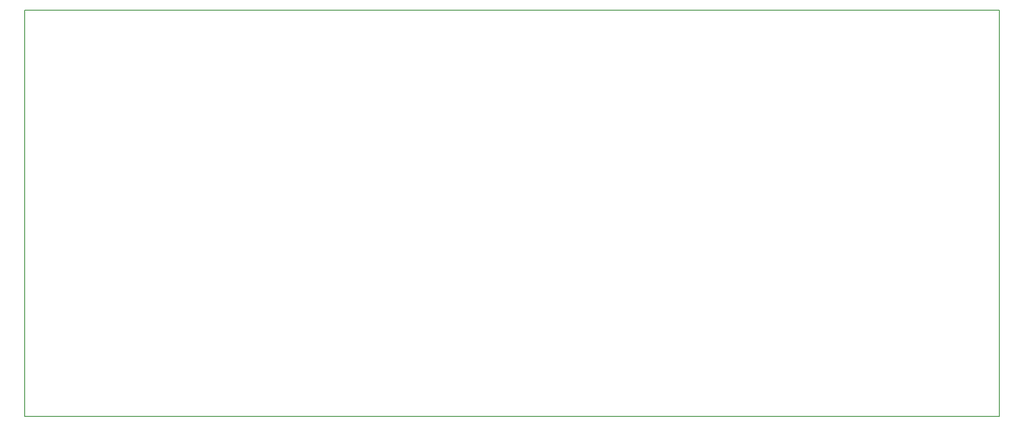
<source format=gm1>
G04 #@! TF.FileFunction,Profile,NP*
%FSLAX46Y46*%
G04 Gerber Fmt 4.6, Leading zero omitted, Abs format (unit mm)*
G04 Created by KiCad (PCBNEW 4.0.7) date Thu Oct 12 07:51:30 2017*
%MOMM*%
%LPD*%
G01*
G04 APERTURE LIST*
%ADD10C,0.100000*%
%ADD11C,0.150000*%
G04 APERTURE END LIST*
D10*
D11*
X12000000Y-86500000D02*
X12000000Y-167500000D01*
X206000000Y-86500000D02*
X12000000Y-86500000D01*
X206000000Y-167500000D02*
X206000000Y-86500000D01*
X12000000Y-167500000D02*
X206000000Y-167500000D01*
M02*

</source>
